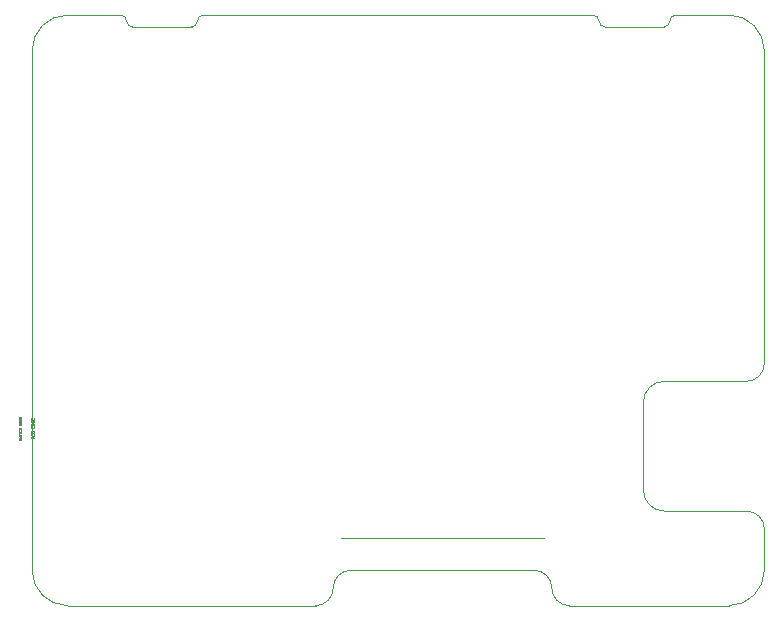
<source format=gbr>
%TF.GenerationSoftware,KiCad,Pcbnew,8.0.8+1*%
%TF.CreationDate,Date%
%TF.ProjectId,LoRa-V3-PCB,4c6f5261-2d56-4332-9d50-43422e6b6963,rev?*%
%TF.SameCoordinates,Original*%
%TF.FileFunction,OtherDrawing,Comment*%
%FSLAX46Y46*%
G04 Gerber Fmt 4.6, Leading zero omitted, Abs format (unit mm)*
G04 Created by KiCad*
%MOMM*%
%LPD*%
G01*
G04 APERTURE LIST*
%TA.AperFunction,Profile*%
%ADD10C,0.050000*%
%TD*%
%TA.AperFunction,Profile*%
%ADD11C,0.100000*%
%TD*%
%ADD12C,0.050000*%
%ADD13C,0.060000*%
%ADD14C,0.100000*%
G04 APERTURE END LIST*
D10*
X162500000Y-73000000D02*
G75*
G02*
X162000000Y-72500000I0J500000D01*
G01*
D11*
X114000000Y-75000000D02*
X114000000Y-119000000D01*
X167550000Y-114000000D02*
X174500000Y-114000000D01*
D10*
X128500000Y-72000000D02*
X161500000Y-72000000D01*
D11*
X176000000Y-119000000D02*
G75*
G02*
X173000000Y-122000000I-3000000J0D01*
G01*
D10*
X161500000Y-72000000D02*
G75*
G02*
X162000000Y-72500000I0J-500000D01*
G01*
X122500000Y-73000000D02*
G75*
G02*
X122000000Y-72500000I0J500000D01*
G01*
X128000000Y-72500000D02*
G75*
G02*
X128500000Y-72000000I500000J0D01*
G01*
D11*
X176000000Y-115500000D02*
X176000000Y-119000000D01*
D10*
X167500000Y-73000000D02*
X162500000Y-73000000D01*
D11*
X165750000Y-104800000D02*
G75*
G02*
X167550000Y-103000000I1800000J0D01*
G01*
X139500000Y-120500000D02*
G75*
G02*
X138000000Y-122000000I-1500000J0D01*
G01*
X139500000Y-120500000D02*
G75*
G02*
X141000000Y-119000000I1500000J0D01*
G01*
D10*
X122500000Y-73000000D02*
X127500000Y-73000000D01*
X121500000Y-72000000D02*
G75*
G02*
X122000000Y-72500000I0J-500000D01*
G01*
D11*
X176000000Y-101500000D02*
G75*
G02*
X174500000Y-103000000I-1500000J0D01*
G01*
X117000000Y-122000000D02*
G75*
G02*
X114000000Y-119000000I0J3000000D01*
G01*
D10*
X128000000Y-72500000D02*
G75*
G02*
X127500000Y-73000000I-500000J0D01*
G01*
D11*
X156500000Y-119000000D02*
G75*
G02*
X158000000Y-120500000I0J-1500000D01*
G01*
X174500000Y-103000000D02*
X167550000Y-103000000D01*
X159500000Y-122000000D02*
X173000000Y-122000000D01*
X167550000Y-114000000D02*
G75*
G02*
X165750000Y-112200000I0J1800000D01*
G01*
X165750000Y-104800000D02*
X165750000Y-112200000D01*
X173000000Y-72000000D02*
G75*
G02*
X176000000Y-75000000I0J-3000000D01*
G01*
X156500000Y-119000000D02*
X141000000Y-119000000D01*
D10*
X117000000Y-72000000D02*
X121500000Y-72000000D01*
D11*
X176000000Y-75000000D02*
X176000000Y-101500000D01*
D10*
X168000000Y-72500000D02*
G75*
G02*
X167500000Y-73000000I-500000J0D01*
G01*
D11*
X114000000Y-75000000D02*
G75*
G02*
X117000000Y-72000000I3000000J0D01*
G01*
X174500000Y-114000000D02*
G75*
G02*
X176000000Y-115500000I0J-1500000D01*
G01*
X159500000Y-122000000D02*
G75*
G02*
X158000000Y-120500000I0J1500000D01*
G01*
D10*
X168500000Y-72000000D02*
X173000000Y-72000000D01*
X168000000Y-72500000D02*
G75*
G02*
X168500000Y-72000000I500000J0D01*
G01*
D11*
X117000000Y-122000000D02*
X138000000Y-122000000D01*
D12*
X113080400Y-107957141D02*
X113089923Y-107928570D01*
X113089923Y-107928570D02*
X113089923Y-107880951D01*
X113089923Y-107880951D02*
X113080400Y-107861903D01*
X113080400Y-107861903D02*
X113070876Y-107852379D01*
X113070876Y-107852379D02*
X113051828Y-107842856D01*
X113051828Y-107842856D02*
X113032780Y-107842856D01*
X113032780Y-107842856D02*
X113013733Y-107852379D01*
X113013733Y-107852379D02*
X113004209Y-107861903D01*
X113004209Y-107861903D02*
X112994685Y-107880951D01*
X112994685Y-107880951D02*
X112985161Y-107919046D01*
X112985161Y-107919046D02*
X112975638Y-107938094D01*
X112975638Y-107938094D02*
X112966114Y-107947617D01*
X112966114Y-107947617D02*
X112947066Y-107957141D01*
X112947066Y-107957141D02*
X112928019Y-107957141D01*
X112928019Y-107957141D02*
X112908971Y-107947617D01*
X112908971Y-107947617D02*
X112899447Y-107938094D01*
X112899447Y-107938094D02*
X112889923Y-107919046D01*
X112889923Y-107919046D02*
X112889923Y-107871427D01*
X112889923Y-107871427D02*
X112899447Y-107842856D01*
X112889923Y-107776189D02*
X113089923Y-107728570D01*
X113089923Y-107728570D02*
X112947066Y-107690475D01*
X112947066Y-107690475D02*
X113089923Y-107652380D01*
X113089923Y-107652380D02*
X112889923Y-107604761D01*
X113089923Y-107528570D02*
X112889923Y-107528570D01*
X112889923Y-107461904D02*
X112889923Y-107347618D01*
X113089923Y-107404761D02*
X112889923Y-107404761D01*
X113070876Y-107166666D02*
X113080400Y-107176190D01*
X113080400Y-107176190D02*
X113089923Y-107204761D01*
X113089923Y-107204761D02*
X113089923Y-107223809D01*
X113089923Y-107223809D02*
X113080400Y-107252380D01*
X113080400Y-107252380D02*
X113061352Y-107271428D01*
X113061352Y-107271428D02*
X113042304Y-107280951D01*
X113042304Y-107280951D02*
X113004209Y-107290475D01*
X113004209Y-107290475D02*
X112975638Y-107290475D01*
X112975638Y-107290475D02*
X112937542Y-107280951D01*
X112937542Y-107280951D02*
X112918495Y-107271428D01*
X112918495Y-107271428D02*
X112899447Y-107252380D01*
X112899447Y-107252380D02*
X112889923Y-107223809D01*
X112889923Y-107223809D02*
X112889923Y-107204761D01*
X112889923Y-107204761D02*
X112899447Y-107176190D01*
X112899447Y-107176190D02*
X112908971Y-107166666D01*
X113089923Y-107080951D02*
X112889923Y-107080951D01*
X112985161Y-107080951D02*
X112985161Y-106966666D01*
X113089923Y-106966666D02*
X112889923Y-106966666D01*
X112985161Y-106719046D02*
X112985161Y-106652380D01*
X113089923Y-106623808D02*
X113089923Y-106719046D01*
X113089923Y-106719046D02*
X112889923Y-106719046D01*
X112889923Y-106719046D02*
X112889923Y-106623808D01*
X113089923Y-106538094D02*
X112889923Y-106538094D01*
X112889923Y-106538094D02*
X112889923Y-106490475D01*
X112889923Y-106490475D02*
X112899447Y-106461904D01*
X112899447Y-106461904D02*
X112918495Y-106442856D01*
X112918495Y-106442856D02*
X112937542Y-106433333D01*
X112937542Y-106433333D02*
X112975638Y-106423809D01*
X112975638Y-106423809D02*
X113004209Y-106423809D01*
X113004209Y-106423809D02*
X113042304Y-106433333D01*
X113042304Y-106433333D02*
X113061352Y-106442856D01*
X113061352Y-106442856D02*
X113080400Y-106461904D01*
X113080400Y-106461904D02*
X113089923Y-106490475D01*
X113089923Y-106490475D02*
X113089923Y-106538094D01*
X112899447Y-106233333D02*
X112889923Y-106252380D01*
X112889923Y-106252380D02*
X112889923Y-106280952D01*
X112889923Y-106280952D02*
X112899447Y-106309523D01*
X112899447Y-106309523D02*
X112918495Y-106328571D01*
X112918495Y-106328571D02*
X112937542Y-106338094D01*
X112937542Y-106338094D02*
X112975638Y-106347618D01*
X112975638Y-106347618D02*
X113004209Y-106347618D01*
X113004209Y-106347618D02*
X113042304Y-106338094D01*
X113042304Y-106338094D02*
X113061352Y-106328571D01*
X113061352Y-106328571D02*
X113080400Y-106309523D01*
X113080400Y-106309523D02*
X113089923Y-106280952D01*
X113089923Y-106280952D02*
X113089923Y-106261904D01*
X113089923Y-106261904D02*
X113080400Y-106233333D01*
X113080400Y-106233333D02*
X113070876Y-106223809D01*
X113070876Y-106223809D02*
X113004209Y-106223809D01*
X113004209Y-106223809D02*
X113004209Y-106261904D01*
X112985161Y-106138094D02*
X112985161Y-106071428D01*
X113089923Y-106042856D02*
X113089923Y-106138094D01*
X113089923Y-106138094D02*
X112889923Y-106138094D01*
X112889923Y-106138094D02*
X112889923Y-106042856D01*
D13*
X114157908Y-107851428D02*
X113917908Y-107851428D01*
X113917908Y-107851428D02*
X113917908Y-107759999D01*
X113917908Y-107759999D02*
X113929337Y-107737142D01*
X113929337Y-107737142D02*
X113940765Y-107725713D01*
X113940765Y-107725713D02*
X113963622Y-107714285D01*
X113963622Y-107714285D02*
X113997908Y-107714285D01*
X113997908Y-107714285D02*
X114020765Y-107725713D01*
X114020765Y-107725713D02*
X114032194Y-107737142D01*
X114032194Y-107737142D02*
X114043622Y-107759999D01*
X114043622Y-107759999D02*
X114043622Y-107851428D01*
X114135051Y-107474285D02*
X114146480Y-107485713D01*
X114146480Y-107485713D02*
X114157908Y-107519999D01*
X114157908Y-107519999D02*
X114157908Y-107542856D01*
X114157908Y-107542856D02*
X114146480Y-107577142D01*
X114146480Y-107577142D02*
X114123622Y-107599999D01*
X114123622Y-107599999D02*
X114100765Y-107611428D01*
X114100765Y-107611428D02*
X114055051Y-107622856D01*
X114055051Y-107622856D02*
X114020765Y-107622856D01*
X114020765Y-107622856D02*
X113975051Y-107611428D01*
X113975051Y-107611428D02*
X113952194Y-107599999D01*
X113952194Y-107599999D02*
X113929337Y-107577142D01*
X113929337Y-107577142D02*
X113917908Y-107542856D01*
X113917908Y-107542856D02*
X113917908Y-107519999D01*
X113917908Y-107519999D02*
X113929337Y-107485713D01*
X113929337Y-107485713D02*
X113940765Y-107474285D01*
X114032194Y-107291428D02*
X114043622Y-107257142D01*
X114043622Y-107257142D02*
X114055051Y-107245713D01*
X114055051Y-107245713D02*
X114077908Y-107234285D01*
X114077908Y-107234285D02*
X114112194Y-107234285D01*
X114112194Y-107234285D02*
X114135051Y-107245713D01*
X114135051Y-107245713D02*
X114146480Y-107257142D01*
X114146480Y-107257142D02*
X114157908Y-107279999D01*
X114157908Y-107279999D02*
X114157908Y-107371428D01*
X114157908Y-107371428D02*
X113917908Y-107371428D01*
X113917908Y-107371428D02*
X113917908Y-107291428D01*
X113917908Y-107291428D02*
X113929337Y-107268571D01*
X113929337Y-107268571D02*
X113940765Y-107257142D01*
X113940765Y-107257142D02*
X113963622Y-107245713D01*
X113963622Y-107245713D02*
X113986480Y-107245713D01*
X113986480Y-107245713D02*
X114009337Y-107257142D01*
X114009337Y-107257142D02*
X114020765Y-107268571D01*
X114020765Y-107268571D02*
X114032194Y-107291428D01*
X114032194Y-107291428D02*
X114032194Y-107371428D01*
X114032194Y-106948571D02*
X114032194Y-106868571D01*
X114157908Y-106834285D02*
X114157908Y-106948571D01*
X114157908Y-106948571D02*
X113917908Y-106948571D01*
X113917908Y-106948571D02*
X113917908Y-106834285D01*
X114157908Y-106731428D02*
X113917908Y-106731428D01*
X113917908Y-106731428D02*
X113917908Y-106674285D01*
X113917908Y-106674285D02*
X113929337Y-106639999D01*
X113929337Y-106639999D02*
X113952194Y-106617142D01*
X113952194Y-106617142D02*
X113975051Y-106605713D01*
X113975051Y-106605713D02*
X114020765Y-106594285D01*
X114020765Y-106594285D02*
X114055051Y-106594285D01*
X114055051Y-106594285D02*
X114100765Y-106605713D01*
X114100765Y-106605713D02*
X114123622Y-106617142D01*
X114123622Y-106617142D02*
X114146480Y-106639999D01*
X114146480Y-106639999D02*
X114157908Y-106674285D01*
X114157908Y-106674285D02*
X114157908Y-106731428D01*
X113929337Y-106365713D02*
X113917908Y-106388571D01*
X113917908Y-106388571D02*
X113917908Y-106422856D01*
X113917908Y-106422856D02*
X113929337Y-106457142D01*
X113929337Y-106457142D02*
X113952194Y-106479999D01*
X113952194Y-106479999D02*
X113975051Y-106491428D01*
X113975051Y-106491428D02*
X114020765Y-106502856D01*
X114020765Y-106502856D02*
X114055051Y-106502856D01*
X114055051Y-106502856D02*
X114100765Y-106491428D01*
X114100765Y-106491428D02*
X114123622Y-106479999D01*
X114123622Y-106479999D02*
X114146480Y-106457142D01*
X114146480Y-106457142D02*
X114157908Y-106422856D01*
X114157908Y-106422856D02*
X114157908Y-106399999D01*
X114157908Y-106399999D02*
X114146480Y-106365713D01*
X114146480Y-106365713D02*
X114135051Y-106354285D01*
X114135051Y-106354285D02*
X114055051Y-106354285D01*
X114055051Y-106354285D02*
X114055051Y-106399999D01*
X114032194Y-106251428D02*
X114032194Y-106171428D01*
X114157908Y-106137142D02*
X114157908Y-106251428D01*
X114157908Y-106251428D02*
X113917908Y-106251428D01*
X113917908Y-106251428D02*
X113917908Y-106137142D01*
D14*
%TO.C,CONN6*%
X157355000Y-116250000D02*
X140145000Y-116250000D01*
%TD*%
M02*

</source>
